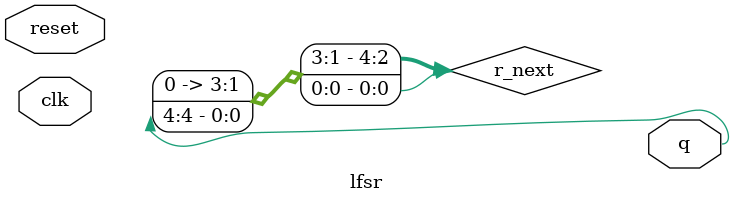
<source format=v>
module lfsr( 
    input clk,
    input reset,
    output [4:0] q
); 
reg [4:0] r_reg;
wire [4:0] r_next;
wire feedback_value;
// on reset set the value of r_reg to 1
// otherwise assign r_next to r_reg
// assign the xor of bit positions 2 and 4 of r_reg to feedback_value
// assign feedback concatenated with 4 most significant bits of r_reg to r_next
// assign r_reg to the output q
always @(posedge clk or posedge reset) begin
	if (reset == 1'b1) r_reg <= 5'b1;
	else begin
	r_reg <= r_next;
	end
end
always @(*) begin
	// concatenate feedback bit position and q's most significant bit
	r_next = {feedback_value, q[4]};
end
endmodule

</source>
